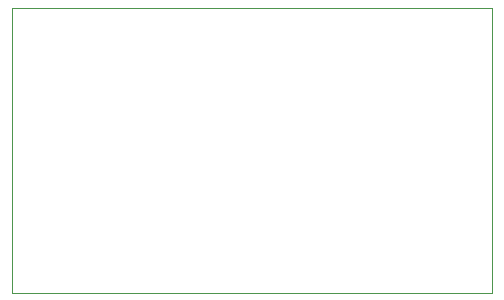
<source format=gbr>
G04 #@! TF.GenerationSoftware,KiCad,Pcbnew,5.0.2-bee76a0~70~ubuntu18.04.1*
G04 #@! TF.CreationDate,2019-11-03T16:55:38-05:00*
G04 #@! TF.ProjectId,ib4,6962342e-6b69-4636-9164-5f7063625858,rev?*
G04 #@! TF.SameCoordinates,PX170a8e0PY38d3f30*
G04 #@! TF.FileFunction,Profile,NP*
%FSLAX46Y46*%
G04 Gerber Fmt 4.6, Leading zero omitted, Abs format (unit mm)*
G04 Created by KiCad (PCBNEW 5.0.2-bee76a0~70~ubuntu18.04.1) date Sun 03 Nov 2019 04:55:38 PM EST*
%MOMM*%
%LPD*%
G01*
G04 APERTURE LIST*
%ADD10C,0.050000*%
G04 APERTURE END LIST*
D10*
X40609520Y24028400D02*
X39339520Y24028400D01*
X40609520Y-101600D02*
X40609520Y24028400D01*
X39339520Y-101600D02*
X40609520Y-101600D01*
X-30480Y-101600D02*
X39339520Y-101600D01*
X-30480Y24028400D02*
X-30480Y-101600D01*
X39339520Y24028400D02*
X-30480Y24028400D01*
M02*

</source>
